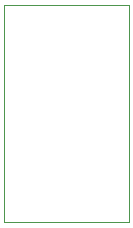
<source format=gbr>
%FSLAX34Y34*%
%MOMM*%
%LNOUTLINE*%
G71*
G01*
%ADD10C, 0.100*%
%LPD*%
G54D10*
X-433Y-724D02*
X-433Y-184080D01*
X-106796Y-184080D01*
X-106796Y-724D01*
X-433Y-724D01*
M02*

</source>
